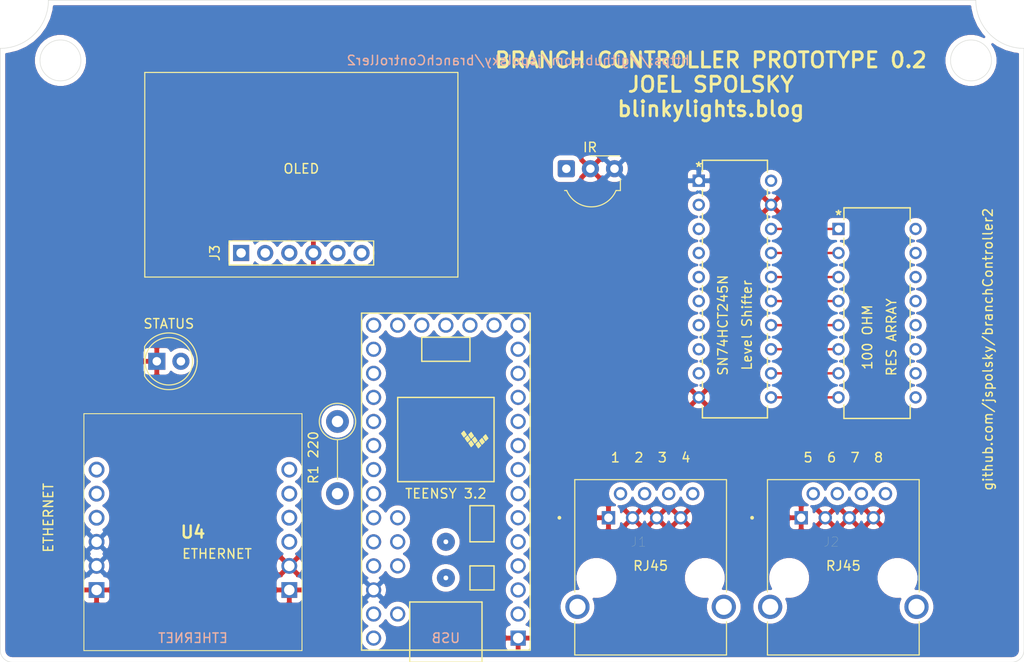
<source format=kicad_pcb>
(kicad_pcb (version 20171130) (host pcbnew "(5.1.5-0-10_14)")
  (layers (0 F.Cu power hide) (1 In1.Cu signal hide) (2 In2.Cu signal hide) (31 B.Cu power hide) (34 B.Paste user hide) (35 F.Paste user hide) (36 B.SilkS user) (37 F.SilkS user) (38 B.Mask user hide) (39 F.Mask user hide) (44 Edge.Cuts user))
  (net 0 "")
  (net 1 "Net-(D1-Pad2)")
  (net 2 GND)
  (net 3 "Net-(J1-Pad6)")
  (net 4 "Net-(J1-Pad4)")
  (net 5 "Net-(J1-Pad2)")
  (net 6 "Net-(J1-Pad8)")
  (net 7 "Net-(J2-Pad6)")
  (net 8 "Net-(J2-Pad4)")
  (net 9 "Net-(J2-Pad2)")
  (net 10 "Net-(J2-Pad8)")
  (net 11 "Net-(R1-Pad2)")
  (net 12 "Net-(RN1-Pad1)")
  (net 13 "Net-(RN1-Pad2)")
  (net 14 "Net-(RN1-Pad3)")
  (net 15 "Net-(RN1-Pad4)")
  (net 16 "Net-(RN1-Pad5)")
  (net 17 "Net-(RN1-Pad6)")
  (net 18 "Net-(RN1-Pad7)")
  (net 19 "Net-(RN1-Pad8)")
  (net 20 "Net-(U1-Pad17)")
  (net 21 "Net-(U1-Pad18)")
  (net 22 "Net-(U1-Pad19)")
  (net 23 /SCLK)
  (net 24 "Net-(U1-Pad16)")
  (net 25 "Net-(U1-Pad15)")
  (net 26 /MISO)
  (net 27 /STR2)
  (net 28 "Net-(U1-Pad22)")
  (net 29 "Net-(U1-Pad23)")
  (net 30 "Net-(U1-Pad24)")
  (net 31 /I2CSDA)
  (net 32 /I2CSCL)
  (net 33 /STR6)
  (net 34 /STR7)
  (net 35 "Net-(U1-Pad29)")
  (net 36 +3V3)
  (net 37 "Net-(U1-Pad32)")
  (net 38 +5V)
  (net 39 "Net-(U1-Pad34)")
  (net 40 "Net-(U1-Pad35)")
  (net 41 "Net-(U1-Pad36)")
  (net 42 "Net-(U1-Pad37)")
  (net 43 /MOSI)
  (net 44 /SCN)
  (net 45 "Net-(U1-Pad11)")
  (net 46 /STR4)
  (net 47 /STR3)
  (net 48 /STR5)
  (net 49 /STR8)
  (net 50 "Net-(U1-Pad6)")
  (net 51 /STR1)
  (net 52 /IR)
  (net 53 "Net-(U1-Pad2)")
  (net 54 "Net-(U4-Pad6)")
  (net 55 "Net-(U4-Pad10)")
  (net 56 "Net-(U4-Pad11)")
  (net 57 "Net-(J3-Pad3VO)")
  (net 58 "Net-(J3-PadRESET)")
  (net 59 "Net-(U1-Pad3)")
  (module branchController:AdaFruit4400LED (layer F.Cu) (at 166.37 96.52 90)
    (fp_text reference J3 (at 0 -2.77 270) (layer F.SilkS))
    (fp_text value "Adafruit 4400 32x128 OLED")
    (fp_line (start -1.27 13.97) (end 1.27 13.97) (layer F.SilkS) (width 0.12))
    (fp_line (start -1.27 1.27) (end -1.27 13.97) (layer F.SilkS) (width 0.12))
    (fp_line (start 1.27 13.97) (end 1.27 1.27) (layer F.SilkS) (width 0.12))
    (fp_line (start -1.27 13.97) (end 1.27 13.97) (layer F.SilkS) (width 0.12))
    (fp_line (start -1.27 1.27) (end -1.27 13.97) (layer F.SilkS) (width 0.12))
    (fp_line (start 1.27 -1.27) (end -1.27 -1.27) (layer F.SilkS) (width 0.12))
    (fp_line (start 1.27 -1.27) (end 1.27 1.27) (layer F.SilkS) (width 0.12))
    (fp_line (start -1.27 -1.27) (end 1.27 -1.27) (layer F.SilkS) (width 0.12))
    (fp_line (start -1.27 1.27) (end -1.27 -1.27) (layer F.SilkS) (width 0.12))
    (fp_line (start -1.27 -1.27) (end -1.27 1.27) (layer F.SilkS) (width 0.12))
    (fp_line (start 19.05 22.86) (end -2.54 22.86) (layer F.SilkS) (width 0.12))
    (fp_line (start 19.05 -10.16) (end 19.05 22.86) (layer F.SilkS) (width 0.12))
    (fp_line (start -2.54 -10.16) (end 19.05 -10.16) (layer F.SilkS) (width 0.12))
    (fp_line (start -2.54 -10.16) (end -2.54 22.86) (layer F.SilkS) (width 0.12))
    (pad VIN thru_hole oval (at 0 12.7 90) (size 1.7 1.7) (drill 1) (layers *.Cu *.Mask) (net 38 +5V))
    (pad 3VO thru_hole oval (at 0 10.16 90) (size 1.7 1.7) (drill 1) (layers *.Cu *.Mask) (net 57 "Net-(J3-Pad3VO)"))
    (pad GND thru_hole oval (at 0 7.62 90) (size 1.7 1.7) (drill 1) (layers *.Cu *.Mask) (net 2 GND))
    (pad RESET thru_hole oval (at 0 5.08 90) (size 1.7 1.7) (drill 1) (layers *.Cu *.Mask) (net 58 "Net-(J3-PadRESET)"))
    (pad SCL thru_hole oval (at 0 2.54 90) (size 1.7 1.7) (drill 1) (layers *.Cu *.Mask) (net 32 /I2CSCL))
    (pad SDA thru_hole rect (at 0 0 90) (size 1.7 1.7) (drill 1) (layers *.Cu *.Mask) (net 31 /I2CSDA))
  )
  (module teensy:Teensy30_31_32_LC (layer F.Cu) (at 187.96 120.65 90)
    (fp_text reference "TEENSY 3.2" (at -1.27 0 180) (layer F.SilkS))
    (fp_text value Teensy3.2)
    (fp_line (start -17.78 3.81) (end -19.05 3.81) (layer F.SilkS) (width 0.15))
    (fp_line (start -19.05 3.81) (end -19.05 -3.81) (layer F.SilkS) (width 0.15))
    (fp_line (start -19.05 -3.81) (end -17.78 -3.81) (layer F.SilkS) (width 0.15))
    (fp_line (start -6.35 5.08) (end -2.54 5.08) (layer F.SilkS) (width 0.15))
    (fp_line (start -2.54 5.08) (end -2.54 2.54) (layer F.SilkS) (width 0.15))
    (fp_line (start -2.54 2.54) (end -6.35 2.54) (layer F.SilkS) (width 0.15))
    (fp_line (start -6.35 2.54) (end -6.35 5.08) (layer F.SilkS) (width 0.15))
    (fp_line (start -12.7 3.81) (end -12.7 -3.81) (layer F.SilkS) (width 0.15))
    (fp_line (start -12.7 -3.81) (end -17.78 -3.81) (layer F.SilkS) (width 0.15))
    (fp_line (start -12.7 3.81) (end -17.78 3.81) (layer F.SilkS) (width 0.15))
    (fp_line (start -11.43 5.08) (end -8.89 5.08) (layer F.SilkS) (width 0.15))
    (fp_line (start -8.89 5.08) (end -8.89 2.54) (layer F.SilkS) (width 0.15))
    (fp_line (start -8.89 2.54) (end -11.43 2.54) (layer F.SilkS) (width 0.15))
    (fp_line (start -11.43 2.54) (end -11.43 5.08) (layer F.SilkS) (width 0.15))
    (fp_line (start 15.24 -2.54) (end 15.24 2.54) (layer F.SilkS) (width 0.15))
    (fp_line (start 15.24 2.54) (end 12.7 2.54) (layer F.SilkS) (width 0.15))
    (fp_line (start 12.7 2.54) (end 12.7 -2.54) (layer F.SilkS) (width 0.15))
    (fp_line (start 12.7 -2.54) (end 15.24 -2.54) (layer F.SilkS) (width 0.15))
    (fp_line (start 8.89 5.08) (end 8.89 -5.08) (layer F.SilkS) (width 0.15))
    (fp_line (start 0 -5.08) (end 0 5.08) (layer F.SilkS) (width 0.15))
    (fp_line (start 8.89 -5.08) (end 0 -5.08) (layer F.SilkS) (width 0.15))
    (fp_line (start 8.89 5.08) (end 0 5.08) (layer F.SilkS) (width 0.15))
    (fp_line (start -17.78 -8.89) (end 17.78 -8.89) (layer F.SilkS) (width 0.15))
    (fp_line (start 17.78 -8.89) (end 17.78 8.89) (layer F.SilkS) (width 0.15))
    (fp_line (start 17.78 8.89) (end -17.78 8.89) (layer F.SilkS) (width 0.15))
    (fp_line (start -17.78 8.89) (end -17.78 -8.89) (layer F.SilkS) (width 0.15))
    (fp_poly (pts (xy 3.937 2.921) (xy 3.683 2.667) (xy 4.064 2.413) (xy 4.318 2.667)) (layer F.SilkS) (width 0.1))
    (fp_poly (pts (xy 4.318 3.302) (xy 4.064 3.048) (xy 4.445 2.794) (xy 4.699 3.048)) (layer F.SilkS) (width 0.1))
    (fp_poly (pts (xy 4.953 2.159) (xy 4.699 1.905) (xy 5.08 1.651) (xy 5.334 1.905)) (layer F.SilkS) (width 0.1))
    (fp_poly (pts (xy 4.191 4.064) (xy 3.937 3.81) (xy 4.318 3.556) (xy 4.572 3.81)) (layer F.SilkS) (width 0.1))
    (fp_poly (pts (xy 4.445 2.54) (xy 4.191 2.286) (xy 4.572 2.032) (xy 4.826 2.286)) (layer F.SilkS) (width 0.1))
    (fp_poly (pts (xy 4.572 4.445) (xy 4.318 4.191) (xy 4.699 3.937) (xy 4.953 4.191)) (layer F.SilkS) (width 0.1))
    (fp_poly (pts (xy 3.81 3.683) (xy 3.556 3.429) (xy 3.937 3.175) (xy 4.191 3.429)) (layer F.SilkS) (width 0.1))
    (fp_poly (pts (xy 4.826 2.921) (xy 4.572 2.667) (xy 4.953 2.413) (xy 5.207 2.667)) (layer F.SilkS) (width 0.1))
    (pad 17 thru_hole circle (at 16.51 0 90) (size 1.6 1.6) (drill 1.1) (layers *.Cu *.Mask) (net 20 "Net-(U1-Pad17)"))
    (pad 18 thru_hole circle (at 16.51 -2.54 90) (size 1.6 1.6) (drill 1.1) (layers *.Cu *.Mask) (net 21 "Net-(U1-Pad18)"))
    (pad 19 thru_hole circle (at 16.51 -5.08 90) (size 1.6 1.6) (drill 1.1) (layers *.Cu *.Mask) (net 22 "Net-(U1-Pad19)"))
    (pad 20 thru_hole circle (at 16.51 -7.62 90) (size 1.6 1.6) (drill 1.1) (layers *.Cu *.Mask) (net 23 /SCLK))
    (pad 16 thru_hole circle (at 16.51 2.54 90) (size 1.6 1.6) (drill 1.1) (layers *.Cu *.Mask) (net 24 "Net-(U1-Pad16)"))
    (pad 15 thru_hole circle (at 16.51 5.08 90) (size 1.6 1.6) (drill 1.1) (layers *.Cu *.Mask) (net 25 "Net-(U1-Pad15)"))
    (pad 14 thru_hole circle (at 16.51 7.62 90) (size 1.6 1.6) (drill 1.1) (layers *.Cu *.Mask) (net 26 /MISO))
    (pad 21 thru_hole circle (at 13.97 -7.62 90) (size 1.6 1.6) (drill 1.1) (layers *.Cu *.Mask) (net 27 /STR2))
    (pad 22 thru_hole circle (at 11.43 -7.62 90) (size 1.6 1.6) (drill 1.1) (layers *.Cu *.Mask) (net 28 "Net-(U1-Pad22)"))
    (pad 23 thru_hole circle (at 8.89 -7.62 90) (size 1.6 1.6) (drill 1.1) (layers *.Cu *.Mask) (net 29 "Net-(U1-Pad23)"))
    (pad 24 thru_hole circle (at 6.35 -7.62 90) (size 1.6 1.6) (drill 1.1) (layers *.Cu *.Mask) (net 30 "Net-(U1-Pad24)"))
    (pad 25 thru_hole circle (at 3.81 -7.62 90) (size 1.6 1.6) (drill 1.1) (layers *.Cu *.Mask) (net 31 /I2CSDA))
    (pad 26 thru_hole circle (at 1.27 -7.62 90) (size 1.6 1.6) (drill 1.1) (layers *.Cu *.Mask) (net 32 /I2CSCL))
    (pad 27 thru_hole circle (at -1.27 -7.62 90) (size 1.6 1.6) (drill 1.1) (layers *.Cu *.Mask) (net 33 /STR6))
    (pad 28 thru_hole circle (at -3.81 -7.62 90) (size 1.6 1.6) (drill 1.1) (layers *.Cu *.Mask) (net 34 /STR7))
    (pad 29 thru_hole circle (at -6.35 -7.62 90) (size 1.6 1.6) (drill 1.1) (layers *.Cu *.Mask) (net 35 "Net-(U1-Pad29)"))
    (pad 30 thru_hole circle (at -8.89 -7.62 90) (size 1.6 1.6) (drill 1.1) (layers *.Cu *.Mask) (net 11 "Net-(R1-Pad2)"))
    (pad 31 thru_hole circle (at -11.43 -7.62 90) (size 1.6 1.6) (drill 1.1) (layers *.Cu *.Mask) (net 36 +3V3))
    (pad 32 thru_hole circle (at -13.97 -7.62 90) (size 1.6 1.6) (drill 1.1) (layers *.Cu *.Mask) (net 37 "Net-(U1-Pad32)"))
    (pad 33 thru_hole circle (at -16.51 -7.62 90) (size 1.6 1.6) (drill 1.1) (layers *.Cu *.Mask) (net 38 +5V))
    (pad 34 thru_hole circle (at -13.97 -5.08 90) (size 1.6 1.6) (drill 1.1) (layers *.Cu *.Mask) (net 39 "Net-(U1-Pad34)"))
    (pad 35 thru_hole circle (at -8.89 -5.08 90) (size 1.6 1.6) (drill 1.1) (layers *.Cu *.Mask) (net 40 "Net-(U1-Pad35)"))
    (pad 36 thru_hole circle (at -6.35 -5.08 90) (size 1.6 1.6) (drill 1.1) (layers *.Cu *.Mask) (net 41 "Net-(U1-Pad36)"))
    (pad 37 thru_hole circle (at -3.81 -5.08 90) (size 1.6 1.6) (drill 1.1) (layers *.Cu *.Mask) (net 42 "Net-(U1-Pad37)"))
    (pad 13 thru_hole circle (at 13.97 7.62 90) (size 1.6 1.6) (drill 1.1) (layers *.Cu *.Mask) (net 43 /MOSI))
    (pad 12 thru_hole circle (at 11.43 7.62 90) (size 1.6 1.6) (drill 1.1) (layers *.Cu *.Mask) (net 44 /SCN))
    (pad 11 thru_hole circle (at 8.89 7.62 90) (size 1.6 1.6) (drill 1.1) (layers *.Cu *.Mask) (net 45 "Net-(U1-Pad11)"))
    (pad 10 thru_hole circle (at 6.35 7.62 90) (size 1.6 1.6) (drill 1.1) (layers *.Cu *.Mask) (net 46 /STR4))
    (pad 9 thru_hole circle (at 3.81 7.62 90) (size 1.6 1.6) (drill 1.1) (layers *.Cu *.Mask) (net 47 /STR3))
    (pad 8 thru_hole circle (at 1.27 7.62 90) (size 1.6 1.6) (drill 1.1) (layers *.Cu *.Mask) (net 48 /STR5))
    (pad 7 thru_hole circle (at -1.27 7.62 90) (size 1.6 1.6) (drill 1.1) (layers *.Cu *.Mask) (net 49 /STR8))
    (pad 6 thru_hole circle (at -3.81 7.62 90) (size 1.6 1.6) (drill 1.1) (layers *.Cu *.Mask) (net 50 "Net-(U1-Pad6)"))
    (pad 5 thru_hole circle (at -6.35 7.62 90) (size 1.6 1.6) (drill 1.1) (layers *.Cu *.Mask) (net 52 /IR))
    (pad 4 thru_hole circle (at -8.89 7.62 90) (size 1.6 1.6) (drill 1.1) (layers *.Cu *.Mask) (net 51 /STR1))
    (pad 3 thru_hole circle (at -11.43 7.62 90) (size 1.6 1.6) (drill 1.1) (layers *.Cu *.Mask) (net 59 "Net-(U1-Pad3)"))
    (pad 2 thru_hole circle (at -13.97 7.62 90) (size 1.6 1.6) (drill 1.1) (layers *.Cu *.Mask) (net 53 "Net-(U1-Pad2)"))
    (pad 1 thru_hole rect (at -16.51 7.62 90) (size 1.6 1.6) (drill 1.1) (layers *.Cu *.Mask) (net 2 GND))
    (pad 52 thru_hole circle (at -6.35 0 90) (size 1.9 1.9) (drill 0.5) (layers *.Cu *.Mask))
    (pad 52 thru_hole circle (at -10.16 0 90) (size 1.9 1.9) (drill 0.5) (layers *.Cu *.Mask))
  )
  (module branchController:WIZ850io (layer F.Cu) (at 171.45 132.08 180)
    (fp_text reference U4 (at 10.16 6.1) (layer F.SilkS) (effects (font (size 1.27 1.27) (thickness 0.254))))
    (fp_text value "WIZ850io Ethernet" hide)
    (fp_line (start -1.34 -6.4) (end 21.66 -6.4) (layer F.SilkS) (width 0.1))
    (fp_line (start 21.66 -6.4) (end 21.66 18.6) (layer F.SilkS) (width 0.1))
    (fp_line (start 21.66 18.6) (end -1.34 18.6) (layer F.SilkS) (width 0.1))
    (fp_line (start -1.34 18.6) (end -1.34 -6.4) (layer F.SilkS) (width 0.1))
    (pad 1 thru_hole rect (at 0 0 180) (size 1.665 1.665) (drill 1.11) (layers *.Cu *.Mask) (net 2 GND))
    (pad 2 thru_hole circle (at 0 2.54 180) (size 1.665 1.665) (drill 1.11) (layers *.Cu *.Mask) (net 2 GND))
    (pad 3 thru_hole circle (at 0 5.08 180) (size 1.665 1.665) (drill 1.11) (layers *.Cu *.Mask) (net 43 /MOSI))
    (pad 4 thru_hole circle (at 0 7.62 180) (size 1.665 1.665) (drill 1.11) (layers *.Cu *.Mask) (net 23 /SCLK))
    (pad 5 thru_hole circle (at 0 10.16 180) (size 1.665 1.665) (drill 1.11) (layers *.Cu *.Mask) (net 44 /SCN))
    (pad 6 thru_hole circle (at 0 12.7 180) (size 1.665 1.665) (drill 1.11) (layers *.Cu *.Mask) (net 54 "Net-(U4-Pad6)"))
    (pad 7 thru_hole rect (at 20.32 0 180) (size 1.665 1.665) (drill 1.11) (layers *.Cu *.Mask) (net 2 GND))
    (pad 8 thru_hole circle (at 20.32 2.54 180) (size 1.665 1.665) (drill 1.11) (layers *.Cu *.Mask) (net 36 +3V3))
    (pad 9 thru_hole circle (at 20.32 5.08 180) (size 1.665 1.665) (drill 1.11) (layers *.Cu *.Mask) (net 36 +3V3))
    (pad 10 thru_hole circle (at 20.32 7.62 180) (size 1.665 1.665) (drill 1.11) (layers *.Cu *.Mask) (net 55 "Net-(U4-Pad10)"))
    (pad 11 thru_hole circle (at 20.32 10.16 180) (size 1.665 1.665) (drill 1.11) (layers *.Cu *.Mask) (net 56 "Net-(U4-Pad11)"))
    (pad 12 thru_hole circle (at 20.32 12.7 180) (size 1.665 1.665) (drill 1.11) (layers *.Cu *.Mask) (net 26 /MISO))
  )
  (module OptoDevice:Vishay_MOLD-3Pin (layer F.Cu) (at 200.66 87.63)
    (fp_text reference IR (at 2.5 -2.25 180) (layer F.SilkS))
    (fp_text value "TSOP34438 IR SENSOR")
    (fp_line (start 0.04 2.3) (end -0.18 2.3) (layer F.SilkS) (width 0.12))
    (fp_arc (start 2.64 1.2) (end 5.24 2.3) (angle 134.1358099) (layer F.SilkS) (width 0.12))
    (fp_line (start 5.62 -1.36) (end 2.54 -1.36) (layer F.SilkS) (width 0.12))
    (fp_line (start 5.7 2.3) (end 5.24 2.3) (layer F.SilkS) (width 0.12))
    (fp_line (start 5.7 2.3) (end 5.7 1.1) (layer F.SilkS) (width 0.12))
    (pad 3 thru_hole circle (at 5.08 0) (size 1.8 1.8) (drill 0.9) (layers *.Cu *.Mask) (net 36 +3V3))
    (pad 2 thru_hole circle (at 2.54 0) (size 1.8 1.8) (drill 0.9) (layers *.Cu *.Mask) (net 2 GND))
    (pad 1 thru_hole roundrect (at 0 0) (size 1.8 1.8) (drill 0.9) (layers *.Cu *.Mask) (roundrect_rratio 0.138) (net 52 /IR))
  )
  (module branchController:SN74HCT245N (layer F.Cu) (at 222.25 111.76)
    (fp_text reference SN74HCT245N (at -5.08 -7.62 90) (layer F.SilkS))
    (fp_text value "Level Shifter" (at -2.54 -7.62 90) (layer F.SilkS))
    (fp_text user * (at -7.62 -24.2697) (layer F.SilkS))
    (fp_text user * (at -7.62 -24.2697) (layer F.SilkS))
    (fp_line (start -7.239 2.159) (end -0.381 2.159) (layer F.SilkS) (width 0.1524))
    (fp_line (start -0.381 2.159) (end -0.381 0.903383) (layer F.SilkS) (width 0.1524))
    (fp_line (start -0.381 -25.019) (end -7.239 -25.019) (layer F.SilkS) (width 0.1524))
    (fp_line (start -7.239 -25.019) (end -7.239 -23.84044) (layer F.SilkS) (width 0.1524))
    (fp_line (start -7.239 -21.87956) (end -7.239 -21.223383) (layer F.SilkS) (width 0.1524))
    (fp_line (start -7.239 -19.416617) (end -7.239 -18.683383) (layer F.SilkS) (width 0.1524))
    (fp_line (start -7.239 -16.876617) (end -7.239 -16.143383) (layer F.SilkS) (width 0.1524))
    (fp_line (start -7.239 -14.336617) (end -7.239 -13.603383) (layer F.SilkS) (width 0.1524))
    (fp_line (start -7.239 -11.796617) (end -7.239 -11.063383) (layer F.SilkS) (width 0.1524))
    (fp_line (start -7.239 -9.256617) (end -7.239 -8.523383) (layer F.SilkS) (width 0.1524))
    (fp_line (start -7.239 -6.716617) (end -7.239 -5.983383) (layer F.SilkS) (width 0.1524))
    (fp_line (start -7.239 -4.176617) (end -7.239 -3.443383) (layer F.SilkS) (width 0.1524))
    (fp_line (start -7.239 -1.636617) (end -7.239 -0.903383) (layer F.SilkS) (width 0.1524))
    (fp_line (start -7.239 0.903383) (end -7.239 2.159) (layer F.SilkS) (width 0.1524))
    (fp_line (start -0.381 -0.903383) (end -0.381 -1.636617) (layer F.SilkS) (width 0.1524))
    (fp_line (start -0.381 -3.443383) (end -0.381 -4.176617) (layer F.SilkS) (width 0.1524))
    (fp_line (start -0.381 -5.983383) (end -0.381 -6.716617) (layer F.SilkS) (width 0.1524))
    (fp_line (start -0.381 -8.523383) (end -0.381 -9.256617) (layer F.SilkS) (width 0.1524))
    (fp_line (start -0.381 -11.063383) (end -0.381 -11.796617) (layer F.SilkS) (width 0.1524))
    (fp_line (start -0.381 -13.603383) (end -0.381 -14.336617) (layer F.SilkS) (width 0.1524))
    (fp_line (start -0.381 -16.143383) (end -0.381 -16.876617) (layer F.SilkS) (width 0.1524))
    (fp_line (start -0.381 -18.683383) (end -0.381 -19.416617) (layer F.SilkS) (width 0.1524))
    (fp_line (start -0.381 -21.223383) (end -0.381 -21.956617) (layer F.SilkS) (width 0.1524))
    (fp_line (start -0.381 -23.763383) (end -0.381 -25.019) (layer F.SilkS) (width 0.1524))
    (pad 1 thru_hole rect (at -7.62 -22.86) (size 1.2954 1.2954) (drill 0.7874) (layers *.Cu *.Mask) (net 36 +3V3))
    (pad 2 thru_hole circle (at -7.62 -20.32) (size 1.2954 1.2954) (drill 0.7874) (layers *.Cu *.Mask) (net 51 /STR1))
    (pad 3 thru_hole circle (at -7.62 -17.78) (size 1.2954 1.2954) (drill 0.7874) (layers *.Cu *.Mask) (net 27 /STR2))
    (pad 4 thru_hole circle (at -7.62 -15.24) (size 1.2954 1.2954) (drill 0.7874) (layers *.Cu *.Mask) (net 47 /STR3))
    (pad 5 thru_hole circle (at -7.62 -12.7) (size 1.2954 1.2954) (drill 0.7874) (layers *.Cu *.Mask) (net 46 /STR4))
    (pad 6 thru_hole circle (at -7.62 -10.16) (size 1.2954 1.2954) (drill 0.7874) (layers *.Cu *.Mask) (net 48 /STR5))
    (pad 7 thru_hole circle (at -7.62 -7.62) (size 1.2954 1.2954) (drill 0.7874) (layers *.Cu *.Mask) (net 33 /STR6))
    (pad 8 thru_hole circle (at -7.62 -5.08) (size 1.2954 1.2954) (drill 0.7874) (layers *.Cu *.Mask) (net 34 /STR7))
    (pad 9 thru_hole circle (at -7.62 -2.54) (size 1.2954 1.2954) (drill 0.7874) (layers *.Cu *.Mask) (net 49 /STR8))
    (pad 10 thru_hole circle (at -7.62 0) (size 1.2954 1.2954) (drill 0.7874) (layers *.Cu *.Mask) (net 2 GND))
    (pad 11 thru_hole circle (at 0 0) (size 1.2954 1.2954) (drill 0.7874) (layers *.Cu *.Mask) (net 19 "Net-(RN1-Pad8)"))
    (pad 12 thru_hole circle (at 0 -2.54) (size 1.2954 1.2954) (drill 0.7874) (layers *.Cu *.Mask) (net 18 "Net-(RN1-Pad7)"))
    (pad 13 thru_hole circle (at 0 -5.08) (size 1.2954 1.2954) (drill 0.7874) (layers *.Cu *.Mask) (net 17 "Net-(RN1-Pad6)"))
    (pad 14 thru_hole circle (at 0 -7.62) (size 1.2954 1.2954) (drill 0.7874) (layers *.Cu *.Mask) (net 16 "Net-(RN1-Pad5)"))
    (pad 15 thru_hole circle (at 0 -10.16) (size 1.2954 1.2954) (drill 0.7874) (layers *.Cu *.Mask) (net 15 "Net-(RN1-Pad4)"))
    (pad 16 thru_hole circle (at 0 -12.7) (size 1.2954 1.2954) (drill 0.7874) (layers *.Cu *.Mask) (net 14 "Net-(RN1-Pad3)"))
    (pad 17 thru_hole circle (at 0 -15.24) (size 1.2954 1.2954) (drill 0.7874) (layers *.Cu *.Mask) (net 13 "Net-(RN1-Pad2)"))
    (pad 18 thru_hole circle (at 0 -17.78) (size 1.2954 1.2954) (drill 0.7874) (layers *.Cu *.Mask) (net 12 "Net-(RN1-Pad1)"))
    (pad 19 thru_hole circle (at 0 -20.32) (size 1.2954 1.2954) (drill 0.7874) (layers *.Cu *.Mask) (net 2 GND))
    (pad 20 thru_hole circle (at 0 -22.86) (size 1.2954 1.2954) (drill 0.7874) (layers *.Cu *.Mask) (net 38 +5V))
  )
  (module branchController:4116R-1-101LF (layer F.Cu) (at 237.49 111.76)
    (fp_text reference "100 OHM" (at -5.08 -6.35 270) (layer F.SilkS))
    (fp_text value "RES ARRAY" (at -2.54 -6.35 90) (layer F.SilkS))
    (fp_text user * (at -8.128 -19.1897) (layer F.SilkS))
    (fp_text user * (at -8.128 -19.1897) (layer F.SilkS))
    (fp_line (start -7.5565 2.2225) (end -0.5715 2.2225) (layer F.SilkS) (width 0.1524))
    (fp_line (start -0.5715 2.2225) (end -0.5715 0.796649) (layer F.SilkS) (width 0.1524))
    (fp_line (start -0.5715 -20.0025) (end -7.5565 -20.0025) (layer F.SilkS) (width 0.1524))
    (fp_line (start -7.5565 -20.0025) (end -7.5565 -18.76044) (layer F.SilkS) (width 0.1524))
    (fp_line (start -7.5565 -16.79956) (end -7.5565 -16.036649) (layer F.SilkS) (width 0.1524))
    (fp_line (start -7.5565 -14.443351) (end -7.5565 -13.496649) (layer F.SilkS) (width 0.1524))
    (fp_line (start -7.5565 -11.903351) (end -7.5565 -10.956649) (layer F.SilkS) (width 0.1524))
    (fp_line (start -7.5565 -9.363351) (end -7.5565 -8.416649) (layer F.SilkS) (width 0.1524))
    (fp_line (start -7.5565 -6.823351) (end -7.5565 -5.876649) (layer F.SilkS) (width 0.1524))
    (fp_line (start -7.5565 -4.283351) (end -7.5565 -3.336649) (layer F.SilkS) (width 0.1524))
    (fp_line (start -7.5565 -1.743351) (end -7.5565 -0.796649) (layer F.SilkS) (width 0.1524))
    (fp_line (start -7.5565 0.796649) (end -7.5565 2.2225) (layer F.SilkS) (width 0.1524))
    (fp_line (start -0.5715 -0.796649) (end -0.5715 -1.743351) (layer F.SilkS) (width 0.1524))
    (fp_line (start -0.5715 -3.336649) (end -0.5715 -4.283351) (layer F.SilkS) (width 0.1524))
    (fp_line (start -0.5715 -5.876649) (end -0.5715 -6.823351) (layer F.SilkS) (width 0.1524))
    (fp_line (start -0.5715 -8.416649) (end -0.5715 -9.363351) (layer F.SilkS) (width 0.1524))
    (fp_line (start -0.5715 -10.956649) (end -0.5715 -11.903351) (layer F.SilkS) (width 0.1524))
    (fp_line (start -0.5715 -13.496649) (end -0.5715 -14.443351) (layer F.SilkS) (width 0.1524))
    (fp_line (start -0.5715 -16.036649) (end -0.5715 -16.983351) (layer F.SilkS) (width 0.1524))
    (fp_line (start -0.5715 -18.576649) (end -0.5715 -20.0025) (layer F.SilkS) (width 0.1524))
    (pad 1 thru_hole rect (at -8.128 -17.78) (size 1.2954 1.2954) (drill 0.7874) (layers *.Cu *.Mask) (net 12 "Net-(RN1-Pad1)"))
    (pad 2 thru_hole circle (at -8.128 -15.24) (size 1.2954 1.2954) (drill 0.7874) (layers *.Cu *.Mask) (net 13 "Net-(RN1-Pad2)"))
    (pad 3 thru_hole circle (at -8.128 -12.7) (size 1.2954 1.2954) (drill 0.7874) (layers *.Cu *.Mask) (net 14 "Net-(RN1-Pad3)"))
    (pad 4 thru_hole circle (at -8.128 -10.16) (size 1.2954 1.2954) (drill 0.7874) (layers *.Cu *.Mask) (net 15 "Net-(RN1-Pad4)"))
    (pad 5 thru_hole circle (at -8.128 -7.62) (size 1.2954 1.2954) (drill 0.7874) (layers *.Cu *.Mask) (net 16 "Net-(RN1-Pad5)"))
    (pad 6 thru_hole circle (at -8.128 -5.08) (size 1.2954 1.2954) (drill 0.7874) (layers *.Cu *.Mask) (net 17 "Net-(RN1-Pad6)"))
    (pad 7 thru_hole circle (at -8.128 -2.54) (size 1.2954 1.2954) (drill 0.7874) (layers *.Cu *.Mask) (net 18 "Net-(RN1-Pad7)"))
    (pad 8 thru_hole circle (at -8.128 0) (size 1.2954 1.2954) (drill 0.7874) (layers *.Cu *.Mask) (net 19 "Net-(RN1-Pad8)"))
    (pad 9 thru_hole circle (at 0 0) (size 1.2954 1.2954) (drill 0.7874) (layers *.Cu *.Mask) (net 10 "Net-(J2-Pad8)"))
    (pad 10 thru_hole circle (at 0 -2.54) (size 1.2954 1.2954) (drill 0.7874) (layers *.Cu *.Mask) (net 7 "Net-(J2-Pad6)"))
    (pad 11 thru_hole circle (at 0 -5.08) (size 1.2954 1.2954) (drill 0.7874) (layers *.Cu *.Mask) (net 8 "Net-(J2-Pad4)"))
    (pad 12 thru_hole circle (at 0 -7.62) (size 1.2954 1.2954) (drill 0.7874) (layers *.Cu *.Mask) (net 9 "Net-(J2-Pad2)"))
    (pad 13 thru_hole circle (at 0 -10.16) (size 1.2954 1.2954) (drill 0.7874) (layers *.Cu *.Mask) (net 6 "Net-(J1-Pad8)"))
    (pad 14 thru_hole circle (at 0 -12.7) (size 1.2954 1.2954) (drill 0.7874) (layers *.Cu *.Mask) (net 3 "Net-(J1-Pad6)"))
    (pad 15 thru_hole circle (at 0 -15.24) (size 1.2954 1.2954) (drill 0.7874) (layers *.Cu *.Mask) (net 4 "Net-(J1-Pad4)"))
    (pad 16 thru_hole circle (at 0 -17.78) (size 1.2954 1.2954) (drill 0.7874) (layers *.Cu *.Mask) (net 5 "Net-(J1-Pad2)"))
  )
  (module Resistor_THT:R_Axial_DIN0411_L9.9mm_D3.6mm_P7.62mm_Vertical (layer F.Cu) (at 176.53 114.3 270)
    (fp_text reference "R1 220" (at 3.81 2.54 90) (layer F.SilkS))
    (fp_text value "220 Ω")
    (fp_line (start 1.92 0) (end 6.12 0) (layer F.SilkS) (width 0.12))
    (fp_circle (center 0 0) (end 1.92 0) (layer F.SilkS) (width 0.12))
    (pad 2 thru_hole oval (at 7.62 0 270) (size 2.4 2.4) (drill 1.2) (layers *.Cu *.Mask) (net 11 "Net-(R1-Pad2)"))
    (pad 1 thru_hole circle (at 0 0 270) (size 2.4 2.4) (drill 1.2) (layers *.Cu *.Mask) (net 1 "Net-(D1-Pad2)"))
  )
  (module branchController:ASSMANN_A-2004-1-4-LP-N-R (layer F.Cu) (at 229.87 130.81)
    (fp_text reference J2 (at -1.27 -3.81) (layer F.SilkS) (effects (font (thickness 0.015))))
    (fp_text value "RJ45 AE10388-ND")
    (fp_line (start -8 -10.37) (end 8 -10.37) (layer F.SilkS) (width 0.127))
    (fp_line (start 8 -10.37) (end 8 1.48) (layer F.SilkS) (width 0.127))
    (fp_line (start 8 4.62) (end 8 8.13) (layer F.SilkS) (width 0.127))
    (fp_line (start 8 8.13) (end -8 8.13) (layer F.SilkS) (width 0.127))
    (fp_line (start -8 8.13) (end -8 4.62) (layer F.SilkS) (width 0.127))
    (fp_line (start -8 1.48) (end -8 -10.37) (layer F.SilkS) (width 0.127))
    (fp_circle (center -9.62 -6.35) (end -9.52 -6.35) (layer F.SilkS) (width 0.2))
    (pad 6 thru_hole circle (at 1.905 -8.89) (size 1.408 1.408) (drill 0.9) (layers *.Cu *.Mask) (net 7 "Net-(J2-Pad6)"))
    (pad None np_thru_hole circle (at -5.715 0) (size 3.2 3.2) (drill 3.2) (layers *.Cu *.Mask))
    (pad None np_thru_hole circle (at 5.715 0) (size 3.2 3.2) (drill 3.2) (layers *.Cu *.Mask))
    (pad 4 thru_hole circle (at -0.635 -8.89) (size 1.408 1.408) (drill 0.9) (layers *.Cu *.Mask) (net 8 "Net-(J2-Pad4)"))
    (pad 2 thru_hole circle (at -3.175 -8.89) (size 1.408 1.408) (drill 0.9) (layers *.Cu *.Mask) (net 9 "Net-(J2-Pad2)"))
    (pad 5 thru_hole circle (at 0.635 -6.35) (size 1.408 1.408) (drill 0.9) (layers *.Cu *.Mask) (net 2 GND))
    (pad 3 thru_hole circle (at -1.905 -6.35) (size 1.408 1.408) (drill 0.9) (layers *.Cu *.Mask) (net 2 GND))
    (pad 1 thru_hole rect (at -4.445 -6.35) (size 1.408 1.408) (drill 0.9) (layers *.Cu *.Mask) (net 2 GND))
    (pad 7 thru_hole circle (at 3.175 -6.35) (size 1.408 1.408) (drill 0.9) (layers *.Cu *.Mask) (net 2 GND))
    (pad 8 thru_hole circle (at 4.445 -8.89) (size 1.408 1.408) (drill 0.9) (layers *.Cu *.Mask) (net 10 "Net-(J2-Pad8)"))
    (pad S1 thru_hole circle (at -7.715 3.05) (size 2.55 2.55) (drill 1.7) (layers *.Cu *.Mask))
    (pad S2 thru_hole circle (at 7.715 3.05) (size 2.55 2.55) (drill 1.7) (layers *.Cu *.Mask))
  )
  (module branchController:ASSMANN_A-2004-1-4-LP-N-R (layer F.Cu) (at 209.55 130.81)
    (fp_text reference J1 (at -1.27 -3.81) (layer F.SilkS) (effects (font (thickness 0.015))))
    (fp_text value "RJ45 AE10388-ND")
    (fp_circle (center -9.62 -6.35) (end -9.52 -6.35) (layer F.SilkS) (width 0.2))
    (fp_line (start -8 1.48) (end -8 -10.37) (layer F.SilkS) (width 0.127))
    (fp_line (start -8 8.13) (end -8 4.62) (layer F.SilkS) (width 0.127))
    (fp_line (start 8 8.13) (end -8 8.13) (layer F.SilkS) (width 0.127))
    (fp_line (start 8 4.62) (end 8 8.13) (layer F.SilkS) (width 0.127))
    (fp_line (start 8 -10.37) (end 8 1.48) (layer F.SilkS) (width 0.127))
    (fp_line (start -8 -10.37) (end 8 -10.37) (layer F.SilkS) (width 0.127))
    (pad S2 thru_hole circle (at 7.715 3.05) (size 2.55 2.55) (drill 1.7) (layers *.Cu *.Mask))
    (pad S1 thru_hole circle (at -7.715 3.05) (size 2.55 2.55) (drill 1.7) (layers *.Cu *.Mask))
    (pad 8 thru_hole circle (at 4.445 -8.89) (size 1.408 1.408) (drill 0.9) (layers *.Cu *.Mask) (net 6 "Net-(J1-Pad8)"))
    (pad 7 thru_hole circle (at 3.175 -6.35) (size 1.408 1.408) (drill 0.9) (layers *.Cu *.Mask) (net 2 GND))
    (pad 1 thru_hole rect (at -4.445 -6.35) (size 1.408 1.408) (drill 0.9) (layers *.Cu *.Mask) (net 2 GND))
    (pad 3 thru_hole circle (at -1.905 -6.35) (size 1.408 1.408) (drill 0.9) (layers *.Cu *.Mask) (net 2 GND))
    (pad 5 thru_hole circle (at 0.635 -6.35) (size 1.408 1.408) (drill 0.9) (layers *.Cu *.Mask) (net 2 GND))
    (pad 2 thru_hole circle (at -3.175 -8.89) (size 1.408 1.408) (drill 0.9) (layers *.Cu *.Mask) (net 5 "Net-(J1-Pad2)"))
    (pad 4 thru_hole circle (at -0.635 -8.89) (size 1.408 1.408) (drill 0.9) (layers *.Cu *.Mask) (net 4 "Net-(J1-Pad4)"))
    (pad None np_thru_hole circle (at 5.715 0) (size 3.2 3.2) (drill 3.2) (layers *.Cu *.Mask))
    (pad None np_thru_hole circle (at -5.715 0) (size 3.2 3.2) (drill 3.2) (layers *.Cu *.Mask))
    (pad 6 thru_hole circle (at 1.905 -8.89) (size 1.408 1.408) (drill 0.9) (layers *.Cu *.Mask) (net 3 "Net-(J1-Pad6)"))
  )
  (module LED_THT:LED_D5.0mm (layer F.Cu) (at 157.48 107.95)
    (fp_text reference STATUS (at 1.27 -3.96) (layer F.SilkS))
    (fp_text value "Grn Status LED")
    (fp_line (start -1.29 -1.545) (end -1.29 1.545) (layer F.SilkS) (width 0.12))
    (fp_circle (center 1.27 0) (end 3.77 0) (layer F.SilkS) (width 0.12))
    (fp_arc (start 1.27 0) (end -1.29 1.54483) (angle -148.9) (layer F.SilkS) (width 0.12))
    (fp_arc (start 1.27 0) (end -1.29 -1.54483) (angle 148.9) (layer F.SilkS) (width 0.12))
    (pad 2 thru_hole circle (at 2.54 0) (size 1.8 1.8) (drill 0.9) (layers *.Cu *.Mask) (net 1 "Net-(D1-Pad2)"))
    (pad 1 thru_hole rect (at 0 0) (size 1.8 1.8) (drill 0.9) (layers *.Cu *.Mask) (net 2 GND))
  )
  (gr_text github.com/jspolsky/branchController2 (at 245.11 106.68 90) (layer F.SilkS) (effects (font (size 1 1))))
  (gr_text USB (at 187.96 137.16) (layer B.SilkS) (effects (font (size 1 1)) (justify mirror)))
  (gr_text ETHERNET (at 161.29 137.16) (layer B.SilkS) (effects (font (size 1 1)) (justify mirror)))
  (gr_text https://github.com/jspolsky/branchController2 (at 195.58 76.2) (layer B.SilkS) (effects (font (size 1 1)) (justify mirror)))
  (gr_arc (start 142.24 138.43) (end 140.97 138.43) (angle -90) (layer Edge.Cuts) (width 0.05))
  (gr_arc (start 247.65 138.43) (end 247.65 139.7) (angle -90) (layer Edge.Cuts) (width 0.05))
  (gr_arc (start 140.97 69.85) (end 140.97 74.93) (angle -90) (layer Edge.Cuts) (width 0.05))
  (gr_arc (start 248.92 69.85) (end 243.84 69.85) (angle -90) (layer Edge.Cuts) (width 0.05))
  (gr_text "5  6  7  8" (at 229.87 118.11) (layer F.SilkS) (effects (font (size 1 1))))
  (gr_text "1  2  3  4\n" (at 209.55 118.11) (layer F.SilkS) (effects (font (size 1 1))))
  (gr_text ETHERNET (at 146.05 124.46 90) (layer F.SilkS) (effects (font (size 1 1))))
  (gr_line (start 140.97 138.43) (end 140.97 74.93) (layer Edge.Cuts) (width 0.05))
  (gr_line (start 247.65 139.7) (end 142.24 139.7) (layer Edge.Cuts) (width 0.05))
  (gr_line (start 248.92 74.93) (end 248.92 138.43) (layer Edge.Cuts) (width 0.05))
  (gr_line (start 146.05 69.85) (end 243.84 69.85) (layer Edge.Cuts) (width 0.05))
  (gr_circle (center 147.32 76.2) (end 149.479 76.2) (layer Edge.Cuts) (width 0.05))
  (gr_circle (center 243.332 76.2) (end 245.491 76.2) (layer Edge.Cuts) (width 0.05))
  (gr_text "BRANCH CONTROLLER PROTOTYPE 0.2\nJOEL SPOLSKY\nblinkylights.blog" (at 215.9 78.74) (layer F.SilkS) (effects (font (size 1.6 1.6) (thickness 0.3))))
  (gr_text OLED (at 172.72 87.63) (layer F.SilkS) (effects (font (size 1 1))))
  (gr_text ETHERNET (at 163.83 128.27) (layer F.SilkS) (effects (font (size 1 1))))
  (gr_text RJ45 (at 229.87 129.54) (layer F.SilkS) (effects (font (size 1 1))))
  (gr_text RJ45 (at 209.55 129.54) (layer F.SilkS) (effects (font (size 1 1))))
  (segment (start 222.25 93.98) (end 229.362 93.98) (width 0.25) (layer F.Cu) (net 12))
  (segment (start 222.25 96.52) (end 229.362 96.52) (width 0.25) (layer F.Cu) (net 13))
  (segment (start 222.25 99.06) (end 229.362 99.06) (width 0.25) (layer F.Cu) (net 14))
  (segment (start 222.25 101.6) (end 229.362 101.6) (width 0.25) (layer F.Cu) (net 15))
  (segment (start 222.25 104.14) (end 229.362 104.14) (width 0.25) (layer F.Cu) (net 16))
  (segment (start 222.25 106.68) (end 229.362 106.68) (width 0.25) (layer F.Cu) (net 17))
  (segment (start 222.25 109.22) (end 229.362 109.22) (width 0.25) (layer F.Cu) (net 18))
  (segment (start 222.25 111.76) (end 229.362 111.76) (width 0.25) (layer F.Cu) (net 19))
  (zone (net 2) (net_name GND) (layer F.Cu) (connect_pads (clearance 0.508)) (min_thickness 0.254) (fill yes (arc_segments 32) (thermal_gap 0.508) (thermal_bridge_width 0.508))
    (polygon (pts (xy 248.92 139.7) (xy 140.97 139.7) (xy 140.97 69.85) (xy 248.92 69.85)))
  )
  (zone (net 36) (net_name +3V3) (layer B.Cu) (connect_pads (clearance 0.508)) (min_thickness 0.254) (fill yes (arc_segments 32) (thermal_gap 0.508) (thermal_bridge_width 0.508))
    (polygon (pts (xy 248.92 139.7) (xy 140.97 139.7) (xy 140.97 69.85) (xy 248.92 69.85)))
  )
)
</source>
